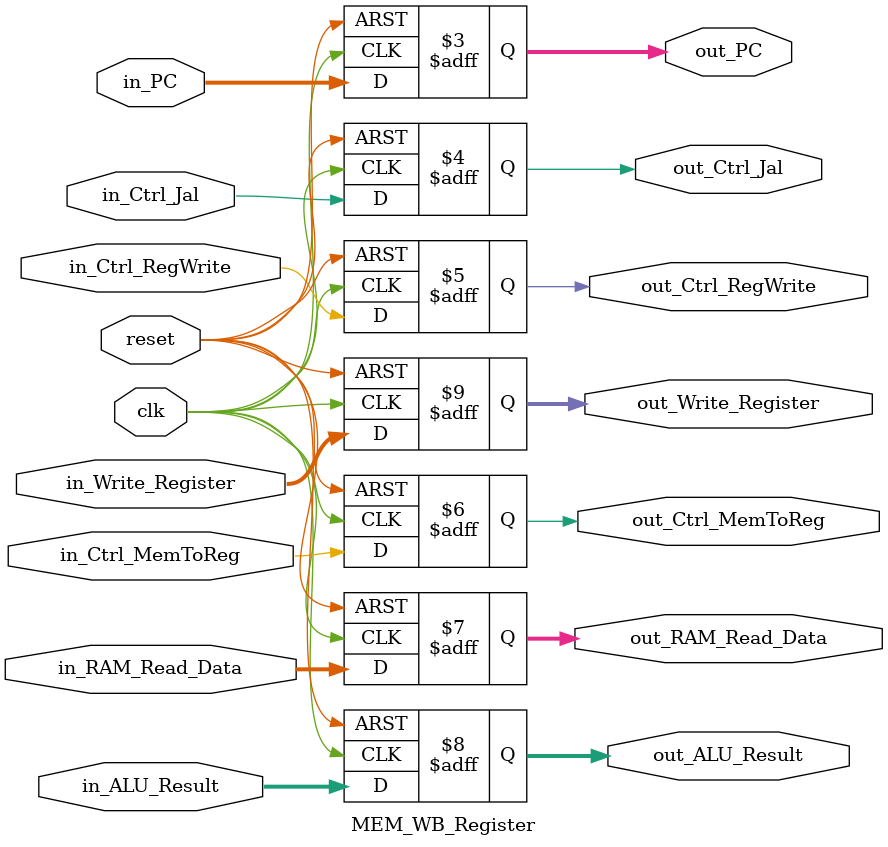
<source format=v>
module MEM_WB_Register(
  input clk,
  input reset,
  input [31:0] in_PC,
  input in_Ctrl_Jal,
  input in_Ctrl_RegWrite,
  input in_Ctrl_MemToReg,
  input [31:0] in_RAM_Read_Data,
  input [31:0] in_ALU_Result,
  input [4:0]  in_Write_Register,
  
  output reg [31:0] out_PC,
  output reg out_Ctrl_Jal,
  output reg out_Ctrl_RegWrite,
  output reg out_Ctrl_MemToReg,
  output reg [31:0] out_RAM_Read_Data,
  output reg [31:0] out_ALU_Result,
  output reg [4:0]  out_Write_Register
);
  
  always @(negedge reset or posedge  clk) begin
  if(reset==0) 
    begin
      out_PC                <= 0;
      out_Ctrl_Jal          <= 0;
      out_Ctrl_RegWrite     <= 0;
      out_Ctrl_MemToReg     <= 0;
      out_RAM_Read_Data     <= 0; 
      out_ALU_Result        <= 0;
      out_Write_Register    <= 0;
    end 
  else
    begin
      out_PC                <= in_PC;
      out_Ctrl_Jal          <= in_Ctrl_Jal;
      out_Ctrl_RegWrite     <= in_Ctrl_RegWrite;
      out_Ctrl_MemToReg     <= in_Ctrl_MemToReg;
      out_RAM_Read_Data     <= in_RAM_Read_Data;  
      out_ALU_Result        <= in_ALU_Result;
      out_Write_Register    <= in_Write_Register;
    end
  end
endmodule
	
</source>
